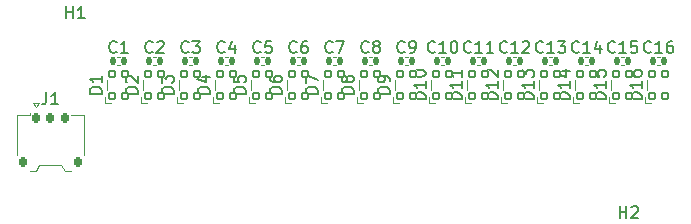
<source format=gbr>
%TF.GenerationSoftware,KiCad,Pcbnew,(7.99.0-267-g8440d7258b)*%
%TF.CreationDate,2023-05-05T03:53:06-07:00*%
%TF.ProjectId,1_2og_lightbar,315f326f-675f-46c6-9967-68746261722e,rev?*%
%TF.SameCoordinates,Original*%
%TF.FileFunction,Legend,Top*%
%TF.FilePolarity,Positive*%
%FSLAX46Y46*%
G04 Gerber Fmt 4.6, Leading zero omitted, Abs format (unit mm)*
G04 Created by KiCad (PCBNEW (7.99.0-267-g8440d7258b)) date 2023-05-05 03:53:06*
%MOMM*%
%LPD*%
G01*
G04 APERTURE LIST*
G04 Aperture macros list*
%AMRoundRect*
0 Rectangle with rounded corners*
0 $1 Rounding radius*
0 $2 $3 $4 $5 $6 $7 $8 $9 X,Y pos of 4 corners*
0 Add a 4 corners polygon primitive as box body*
4,1,4,$2,$3,$4,$5,$6,$7,$8,$9,$2,$3,0*
0 Add four circle primitives for the rounded corners*
1,1,$1+$1,$2,$3*
1,1,$1+$1,$4,$5*
1,1,$1+$1,$6,$7*
1,1,$1+$1,$8,$9*
0 Add four rect primitives between the rounded corners*
20,1,$1+$1,$2,$3,$4,$5,0*
20,1,$1+$1,$4,$5,$6,$7,0*
20,1,$1+$1,$6,$7,$8,$9,0*
20,1,$1+$1,$8,$9,$2,$3,0*%
G04 Aperture macros list end*
%ADD10C,0.150000*%
%ADD11C,0.120000*%
%ADD12RoundRect,0.140000X-0.140000X-0.170000X0.140000X-0.170000X0.140000X0.170000X-0.140000X0.170000X0*%
%ADD13RoundRect,0.105000X0.245000X-0.245000X0.245000X0.245000X-0.245000X0.245000X-0.245000X-0.245000X0*%
%ADD14C,3.600000*%
%ADD15C,5.600000*%
%ADD16RoundRect,0.150000X-0.150000X-0.275000X0.150000X-0.275000X0.150000X0.275000X-0.150000X0.275000X0*%
%ADD17RoundRect,0.175000X-0.175000X-0.225000X0.175000X-0.225000X0.175000X0.225000X-0.175000X0.225000X0*%
G04 APERTURE END LIST*
D10*
%TO.C,C14*%
X69207142Y-20949380D02*
X69159523Y-20997000D01*
X69159523Y-20997000D02*
X69016666Y-21044619D01*
X69016666Y-21044619D02*
X68921428Y-21044619D01*
X68921428Y-21044619D02*
X68778571Y-20997000D01*
X68778571Y-20997000D02*
X68683333Y-20901761D01*
X68683333Y-20901761D02*
X68635714Y-20806523D01*
X68635714Y-20806523D02*
X68588095Y-20616047D01*
X68588095Y-20616047D02*
X68588095Y-20473190D01*
X68588095Y-20473190D02*
X68635714Y-20282714D01*
X68635714Y-20282714D02*
X68683333Y-20187476D01*
X68683333Y-20187476D02*
X68778571Y-20092238D01*
X68778571Y-20092238D02*
X68921428Y-20044619D01*
X68921428Y-20044619D02*
X69016666Y-20044619D01*
X69016666Y-20044619D02*
X69159523Y-20092238D01*
X69159523Y-20092238D02*
X69207142Y-20139857D01*
X70159523Y-21044619D02*
X69588095Y-21044619D01*
X69873809Y-21044619D02*
X69873809Y-20044619D01*
X69873809Y-20044619D02*
X69778571Y-20187476D01*
X69778571Y-20187476D02*
X69683333Y-20282714D01*
X69683333Y-20282714D02*
X69588095Y-20330333D01*
X71016666Y-20377952D02*
X71016666Y-21044619D01*
X70778571Y-19997000D02*
X70540476Y-20711285D01*
X70540476Y-20711285D02*
X71159523Y-20711285D01*
%TO.C,C11*%
X60063142Y-20949380D02*
X60015523Y-20997000D01*
X60015523Y-20997000D02*
X59872666Y-21044619D01*
X59872666Y-21044619D02*
X59777428Y-21044619D01*
X59777428Y-21044619D02*
X59634571Y-20997000D01*
X59634571Y-20997000D02*
X59539333Y-20901761D01*
X59539333Y-20901761D02*
X59491714Y-20806523D01*
X59491714Y-20806523D02*
X59444095Y-20616047D01*
X59444095Y-20616047D02*
X59444095Y-20473190D01*
X59444095Y-20473190D02*
X59491714Y-20282714D01*
X59491714Y-20282714D02*
X59539333Y-20187476D01*
X59539333Y-20187476D02*
X59634571Y-20092238D01*
X59634571Y-20092238D02*
X59777428Y-20044619D01*
X59777428Y-20044619D02*
X59872666Y-20044619D01*
X59872666Y-20044619D02*
X60015523Y-20092238D01*
X60015523Y-20092238D02*
X60063142Y-20139857D01*
X61015523Y-21044619D02*
X60444095Y-21044619D01*
X60729809Y-21044619D02*
X60729809Y-20044619D01*
X60729809Y-20044619D02*
X60634571Y-20187476D01*
X60634571Y-20187476D02*
X60539333Y-20282714D01*
X60539333Y-20282714D02*
X60444095Y-20330333D01*
X61967904Y-21044619D02*
X61396476Y-21044619D01*
X61682190Y-21044619D02*
X61682190Y-20044619D01*
X61682190Y-20044619D02*
X61586952Y-20187476D01*
X61586952Y-20187476D02*
X61491714Y-20282714D01*
X61491714Y-20282714D02*
X61396476Y-20330333D01*
%TO.C,D3*%
X34884619Y-24487094D02*
X33884619Y-24487094D01*
X33884619Y-24487094D02*
X33884619Y-24248999D01*
X33884619Y-24248999D02*
X33932238Y-24106142D01*
X33932238Y-24106142D02*
X34027476Y-24010904D01*
X34027476Y-24010904D02*
X34122714Y-23963285D01*
X34122714Y-23963285D02*
X34313190Y-23915666D01*
X34313190Y-23915666D02*
X34456047Y-23915666D01*
X34456047Y-23915666D02*
X34646523Y-23963285D01*
X34646523Y-23963285D02*
X34741761Y-24010904D01*
X34741761Y-24010904D02*
X34837000Y-24106142D01*
X34837000Y-24106142D02*
X34884619Y-24248999D01*
X34884619Y-24248999D02*
X34884619Y-24487094D01*
X33884619Y-23582332D02*
X33884619Y-22963285D01*
X33884619Y-22963285D02*
X34265571Y-23296618D01*
X34265571Y-23296618D02*
X34265571Y-23153761D01*
X34265571Y-23153761D02*
X34313190Y-23058523D01*
X34313190Y-23058523D02*
X34360809Y-23010904D01*
X34360809Y-23010904D02*
X34456047Y-22963285D01*
X34456047Y-22963285D02*
X34694142Y-22963285D01*
X34694142Y-22963285D02*
X34789380Y-23010904D01*
X34789380Y-23010904D02*
X34837000Y-23058523D01*
X34837000Y-23058523D02*
X34884619Y-23153761D01*
X34884619Y-23153761D02*
X34884619Y-23439475D01*
X34884619Y-23439475D02*
X34837000Y-23534713D01*
X34837000Y-23534713D02*
X34789380Y-23582332D01*
%TO.C,C4*%
X39203333Y-20949380D02*
X39155714Y-20997000D01*
X39155714Y-20997000D02*
X39012857Y-21044619D01*
X39012857Y-21044619D02*
X38917619Y-21044619D01*
X38917619Y-21044619D02*
X38774762Y-20997000D01*
X38774762Y-20997000D02*
X38679524Y-20901761D01*
X38679524Y-20901761D02*
X38631905Y-20806523D01*
X38631905Y-20806523D02*
X38584286Y-20616047D01*
X38584286Y-20616047D02*
X38584286Y-20473190D01*
X38584286Y-20473190D02*
X38631905Y-20282714D01*
X38631905Y-20282714D02*
X38679524Y-20187476D01*
X38679524Y-20187476D02*
X38774762Y-20092238D01*
X38774762Y-20092238D02*
X38917619Y-20044619D01*
X38917619Y-20044619D02*
X39012857Y-20044619D01*
X39012857Y-20044619D02*
X39155714Y-20092238D01*
X39155714Y-20092238D02*
X39203333Y-20139857D01*
X40060476Y-20377952D02*
X40060476Y-21044619D01*
X39822381Y-19997000D02*
X39584286Y-20711285D01*
X39584286Y-20711285D02*
X40203333Y-20711285D01*
%TO.C,D16*%
X74508619Y-24963285D02*
X73508619Y-24963285D01*
X73508619Y-24963285D02*
X73508619Y-24725190D01*
X73508619Y-24725190D02*
X73556238Y-24582333D01*
X73556238Y-24582333D02*
X73651476Y-24487095D01*
X73651476Y-24487095D02*
X73746714Y-24439476D01*
X73746714Y-24439476D02*
X73937190Y-24391857D01*
X73937190Y-24391857D02*
X74080047Y-24391857D01*
X74080047Y-24391857D02*
X74270523Y-24439476D01*
X74270523Y-24439476D02*
X74365761Y-24487095D01*
X74365761Y-24487095D02*
X74461000Y-24582333D01*
X74461000Y-24582333D02*
X74508619Y-24725190D01*
X74508619Y-24725190D02*
X74508619Y-24963285D01*
X74508619Y-23439476D02*
X74508619Y-24010904D01*
X74508619Y-23725190D02*
X73508619Y-23725190D01*
X73508619Y-23725190D02*
X73651476Y-23820428D01*
X73651476Y-23820428D02*
X73746714Y-23915666D01*
X73746714Y-23915666D02*
X73794333Y-24010904D01*
X73508619Y-22582333D02*
X73508619Y-22772809D01*
X73508619Y-22772809D02*
X73556238Y-22868047D01*
X73556238Y-22868047D02*
X73603857Y-22915666D01*
X73603857Y-22915666D02*
X73746714Y-23010904D01*
X73746714Y-23010904D02*
X73937190Y-23058523D01*
X73937190Y-23058523D02*
X74318142Y-23058523D01*
X74318142Y-23058523D02*
X74413380Y-23010904D01*
X74413380Y-23010904D02*
X74461000Y-22963285D01*
X74461000Y-22963285D02*
X74508619Y-22868047D01*
X74508619Y-22868047D02*
X74508619Y-22677571D01*
X74508619Y-22677571D02*
X74461000Y-22582333D01*
X74461000Y-22582333D02*
X74413380Y-22534714D01*
X74413380Y-22534714D02*
X74318142Y-22487095D01*
X74318142Y-22487095D02*
X74080047Y-22487095D01*
X74080047Y-22487095D02*
X73984809Y-22534714D01*
X73984809Y-22534714D02*
X73937190Y-22582333D01*
X73937190Y-22582333D02*
X73889571Y-22677571D01*
X73889571Y-22677571D02*
X73889571Y-22868047D01*
X73889571Y-22868047D02*
X73937190Y-22963285D01*
X73937190Y-22963285D02*
X73984809Y-23010904D01*
X73984809Y-23010904D02*
X74080047Y-23058523D01*
%TO.C,H2*%
X72644095Y-35006619D02*
X72644095Y-34006619D01*
X72644095Y-34482809D02*
X73215523Y-34482809D01*
X73215523Y-35006619D02*
X73215523Y-34006619D01*
X73644095Y-34101857D02*
X73691714Y-34054238D01*
X73691714Y-34054238D02*
X73786952Y-34006619D01*
X73786952Y-34006619D02*
X74025047Y-34006619D01*
X74025047Y-34006619D02*
X74120285Y-34054238D01*
X74120285Y-34054238D02*
X74167904Y-34101857D01*
X74167904Y-34101857D02*
X74215523Y-34197095D01*
X74215523Y-34197095D02*
X74215523Y-34292333D01*
X74215523Y-34292333D02*
X74167904Y-34435190D01*
X74167904Y-34435190D02*
X73596476Y-35006619D01*
X73596476Y-35006619D02*
X74215523Y-35006619D01*
%TO.C,D11*%
X59268619Y-24963285D02*
X58268619Y-24963285D01*
X58268619Y-24963285D02*
X58268619Y-24725190D01*
X58268619Y-24725190D02*
X58316238Y-24582333D01*
X58316238Y-24582333D02*
X58411476Y-24487095D01*
X58411476Y-24487095D02*
X58506714Y-24439476D01*
X58506714Y-24439476D02*
X58697190Y-24391857D01*
X58697190Y-24391857D02*
X58840047Y-24391857D01*
X58840047Y-24391857D02*
X59030523Y-24439476D01*
X59030523Y-24439476D02*
X59125761Y-24487095D01*
X59125761Y-24487095D02*
X59221000Y-24582333D01*
X59221000Y-24582333D02*
X59268619Y-24725190D01*
X59268619Y-24725190D02*
X59268619Y-24963285D01*
X59268619Y-23439476D02*
X59268619Y-24010904D01*
X59268619Y-23725190D02*
X58268619Y-23725190D01*
X58268619Y-23725190D02*
X58411476Y-23820428D01*
X58411476Y-23820428D02*
X58506714Y-23915666D01*
X58506714Y-23915666D02*
X58554333Y-24010904D01*
X59268619Y-22487095D02*
X59268619Y-23058523D01*
X59268619Y-22772809D02*
X58268619Y-22772809D01*
X58268619Y-22772809D02*
X58411476Y-22868047D01*
X58411476Y-22868047D02*
X58506714Y-22963285D01*
X58506714Y-22963285D02*
X58554333Y-23058523D01*
%TO.C,C7*%
X48347333Y-20949380D02*
X48299714Y-20997000D01*
X48299714Y-20997000D02*
X48156857Y-21044619D01*
X48156857Y-21044619D02*
X48061619Y-21044619D01*
X48061619Y-21044619D02*
X47918762Y-20997000D01*
X47918762Y-20997000D02*
X47823524Y-20901761D01*
X47823524Y-20901761D02*
X47775905Y-20806523D01*
X47775905Y-20806523D02*
X47728286Y-20616047D01*
X47728286Y-20616047D02*
X47728286Y-20473190D01*
X47728286Y-20473190D02*
X47775905Y-20282714D01*
X47775905Y-20282714D02*
X47823524Y-20187476D01*
X47823524Y-20187476D02*
X47918762Y-20092238D01*
X47918762Y-20092238D02*
X48061619Y-20044619D01*
X48061619Y-20044619D02*
X48156857Y-20044619D01*
X48156857Y-20044619D02*
X48299714Y-20092238D01*
X48299714Y-20092238D02*
X48347333Y-20139857D01*
X48680667Y-20044619D02*
X49347333Y-20044619D01*
X49347333Y-20044619D02*
X48918762Y-21044619D01*
%TO.C,C12*%
X63111142Y-20949380D02*
X63063523Y-20997000D01*
X63063523Y-20997000D02*
X62920666Y-21044619D01*
X62920666Y-21044619D02*
X62825428Y-21044619D01*
X62825428Y-21044619D02*
X62682571Y-20997000D01*
X62682571Y-20997000D02*
X62587333Y-20901761D01*
X62587333Y-20901761D02*
X62539714Y-20806523D01*
X62539714Y-20806523D02*
X62492095Y-20616047D01*
X62492095Y-20616047D02*
X62492095Y-20473190D01*
X62492095Y-20473190D02*
X62539714Y-20282714D01*
X62539714Y-20282714D02*
X62587333Y-20187476D01*
X62587333Y-20187476D02*
X62682571Y-20092238D01*
X62682571Y-20092238D02*
X62825428Y-20044619D01*
X62825428Y-20044619D02*
X62920666Y-20044619D01*
X62920666Y-20044619D02*
X63063523Y-20092238D01*
X63063523Y-20092238D02*
X63111142Y-20139857D01*
X64063523Y-21044619D02*
X63492095Y-21044619D01*
X63777809Y-21044619D02*
X63777809Y-20044619D01*
X63777809Y-20044619D02*
X63682571Y-20187476D01*
X63682571Y-20187476D02*
X63587333Y-20282714D01*
X63587333Y-20282714D02*
X63492095Y-20330333D01*
X64444476Y-20139857D02*
X64492095Y-20092238D01*
X64492095Y-20092238D02*
X64587333Y-20044619D01*
X64587333Y-20044619D02*
X64825428Y-20044619D01*
X64825428Y-20044619D02*
X64920666Y-20092238D01*
X64920666Y-20092238D02*
X64968285Y-20139857D01*
X64968285Y-20139857D02*
X65015904Y-20235095D01*
X65015904Y-20235095D02*
X65015904Y-20330333D01*
X65015904Y-20330333D02*
X64968285Y-20473190D01*
X64968285Y-20473190D02*
X64396857Y-21044619D01*
X64396857Y-21044619D02*
X65015904Y-21044619D01*
%TO.C,D4*%
X37932619Y-24487094D02*
X36932619Y-24487094D01*
X36932619Y-24487094D02*
X36932619Y-24248999D01*
X36932619Y-24248999D02*
X36980238Y-24106142D01*
X36980238Y-24106142D02*
X37075476Y-24010904D01*
X37075476Y-24010904D02*
X37170714Y-23963285D01*
X37170714Y-23963285D02*
X37361190Y-23915666D01*
X37361190Y-23915666D02*
X37504047Y-23915666D01*
X37504047Y-23915666D02*
X37694523Y-23963285D01*
X37694523Y-23963285D02*
X37789761Y-24010904D01*
X37789761Y-24010904D02*
X37885000Y-24106142D01*
X37885000Y-24106142D02*
X37932619Y-24248999D01*
X37932619Y-24248999D02*
X37932619Y-24487094D01*
X37265952Y-23058523D02*
X37932619Y-23058523D01*
X36885000Y-23296618D02*
X37599285Y-23534713D01*
X37599285Y-23534713D02*
X37599285Y-22915666D01*
%TO.C,C1*%
X30059333Y-20949380D02*
X30011714Y-20997000D01*
X30011714Y-20997000D02*
X29868857Y-21044619D01*
X29868857Y-21044619D02*
X29773619Y-21044619D01*
X29773619Y-21044619D02*
X29630762Y-20997000D01*
X29630762Y-20997000D02*
X29535524Y-20901761D01*
X29535524Y-20901761D02*
X29487905Y-20806523D01*
X29487905Y-20806523D02*
X29440286Y-20616047D01*
X29440286Y-20616047D02*
X29440286Y-20473190D01*
X29440286Y-20473190D02*
X29487905Y-20282714D01*
X29487905Y-20282714D02*
X29535524Y-20187476D01*
X29535524Y-20187476D02*
X29630762Y-20092238D01*
X29630762Y-20092238D02*
X29773619Y-20044619D01*
X29773619Y-20044619D02*
X29868857Y-20044619D01*
X29868857Y-20044619D02*
X30011714Y-20092238D01*
X30011714Y-20092238D02*
X30059333Y-20139857D01*
X31011714Y-21044619D02*
X30440286Y-21044619D01*
X30726000Y-21044619D02*
X30726000Y-20044619D01*
X30726000Y-20044619D02*
X30630762Y-20187476D01*
X30630762Y-20187476D02*
X30535524Y-20282714D01*
X30535524Y-20282714D02*
X30440286Y-20330333D01*
%TO.C,C9*%
X54443333Y-20949380D02*
X54395714Y-20997000D01*
X54395714Y-20997000D02*
X54252857Y-21044619D01*
X54252857Y-21044619D02*
X54157619Y-21044619D01*
X54157619Y-21044619D02*
X54014762Y-20997000D01*
X54014762Y-20997000D02*
X53919524Y-20901761D01*
X53919524Y-20901761D02*
X53871905Y-20806523D01*
X53871905Y-20806523D02*
X53824286Y-20616047D01*
X53824286Y-20616047D02*
X53824286Y-20473190D01*
X53824286Y-20473190D02*
X53871905Y-20282714D01*
X53871905Y-20282714D02*
X53919524Y-20187476D01*
X53919524Y-20187476D02*
X54014762Y-20092238D01*
X54014762Y-20092238D02*
X54157619Y-20044619D01*
X54157619Y-20044619D02*
X54252857Y-20044619D01*
X54252857Y-20044619D02*
X54395714Y-20092238D01*
X54395714Y-20092238D02*
X54443333Y-20139857D01*
X54919524Y-21044619D02*
X55110000Y-21044619D01*
X55110000Y-21044619D02*
X55205238Y-20997000D01*
X55205238Y-20997000D02*
X55252857Y-20949380D01*
X55252857Y-20949380D02*
X55348095Y-20806523D01*
X55348095Y-20806523D02*
X55395714Y-20616047D01*
X55395714Y-20616047D02*
X55395714Y-20235095D01*
X55395714Y-20235095D02*
X55348095Y-20139857D01*
X55348095Y-20139857D02*
X55300476Y-20092238D01*
X55300476Y-20092238D02*
X55205238Y-20044619D01*
X55205238Y-20044619D02*
X55014762Y-20044619D01*
X55014762Y-20044619D02*
X54919524Y-20092238D01*
X54919524Y-20092238D02*
X54871905Y-20139857D01*
X54871905Y-20139857D02*
X54824286Y-20235095D01*
X54824286Y-20235095D02*
X54824286Y-20473190D01*
X54824286Y-20473190D02*
X54871905Y-20568428D01*
X54871905Y-20568428D02*
X54919524Y-20616047D01*
X54919524Y-20616047D02*
X55014762Y-20663666D01*
X55014762Y-20663666D02*
X55205238Y-20663666D01*
X55205238Y-20663666D02*
X55300476Y-20616047D01*
X55300476Y-20616047D02*
X55348095Y-20568428D01*
X55348095Y-20568428D02*
X55395714Y-20473190D01*
%TO.C,C10*%
X57015142Y-20949380D02*
X56967523Y-20997000D01*
X56967523Y-20997000D02*
X56824666Y-21044619D01*
X56824666Y-21044619D02*
X56729428Y-21044619D01*
X56729428Y-21044619D02*
X56586571Y-20997000D01*
X56586571Y-20997000D02*
X56491333Y-20901761D01*
X56491333Y-20901761D02*
X56443714Y-20806523D01*
X56443714Y-20806523D02*
X56396095Y-20616047D01*
X56396095Y-20616047D02*
X56396095Y-20473190D01*
X56396095Y-20473190D02*
X56443714Y-20282714D01*
X56443714Y-20282714D02*
X56491333Y-20187476D01*
X56491333Y-20187476D02*
X56586571Y-20092238D01*
X56586571Y-20092238D02*
X56729428Y-20044619D01*
X56729428Y-20044619D02*
X56824666Y-20044619D01*
X56824666Y-20044619D02*
X56967523Y-20092238D01*
X56967523Y-20092238D02*
X57015142Y-20139857D01*
X57967523Y-21044619D02*
X57396095Y-21044619D01*
X57681809Y-21044619D02*
X57681809Y-20044619D01*
X57681809Y-20044619D02*
X57586571Y-20187476D01*
X57586571Y-20187476D02*
X57491333Y-20282714D01*
X57491333Y-20282714D02*
X57396095Y-20330333D01*
X58586571Y-20044619D02*
X58681809Y-20044619D01*
X58681809Y-20044619D02*
X58777047Y-20092238D01*
X58777047Y-20092238D02*
X58824666Y-20139857D01*
X58824666Y-20139857D02*
X58872285Y-20235095D01*
X58872285Y-20235095D02*
X58919904Y-20425571D01*
X58919904Y-20425571D02*
X58919904Y-20663666D01*
X58919904Y-20663666D02*
X58872285Y-20854142D01*
X58872285Y-20854142D02*
X58824666Y-20949380D01*
X58824666Y-20949380D02*
X58777047Y-20997000D01*
X58777047Y-20997000D02*
X58681809Y-21044619D01*
X58681809Y-21044619D02*
X58586571Y-21044619D01*
X58586571Y-21044619D02*
X58491333Y-20997000D01*
X58491333Y-20997000D02*
X58443714Y-20949380D01*
X58443714Y-20949380D02*
X58396095Y-20854142D01*
X58396095Y-20854142D02*
X58348476Y-20663666D01*
X58348476Y-20663666D02*
X58348476Y-20425571D01*
X58348476Y-20425571D02*
X58396095Y-20235095D01*
X58396095Y-20235095D02*
X58443714Y-20139857D01*
X58443714Y-20139857D02*
X58491333Y-20092238D01*
X58491333Y-20092238D02*
X58586571Y-20044619D01*
%TO.C,D6*%
X44028619Y-24487094D02*
X43028619Y-24487094D01*
X43028619Y-24487094D02*
X43028619Y-24248999D01*
X43028619Y-24248999D02*
X43076238Y-24106142D01*
X43076238Y-24106142D02*
X43171476Y-24010904D01*
X43171476Y-24010904D02*
X43266714Y-23963285D01*
X43266714Y-23963285D02*
X43457190Y-23915666D01*
X43457190Y-23915666D02*
X43600047Y-23915666D01*
X43600047Y-23915666D02*
X43790523Y-23963285D01*
X43790523Y-23963285D02*
X43885761Y-24010904D01*
X43885761Y-24010904D02*
X43981000Y-24106142D01*
X43981000Y-24106142D02*
X44028619Y-24248999D01*
X44028619Y-24248999D02*
X44028619Y-24487094D01*
X43028619Y-23058523D02*
X43028619Y-23248999D01*
X43028619Y-23248999D02*
X43076238Y-23344237D01*
X43076238Y-23344237D02*
X43123857Y-23391856D01*
X43123857Y-23391856D02*
X43266714Y-23487094D01*
X43266714Y-23487094D02*
X43457190Y-23534713D01*
X43457190Y-23534713D02*
X43838142Y-23534713D01*
X43838142Y-23534713D02*
X43933380Y-23487094D01*
X43933380Y-23487094D02*
X43981000Y-23439475D01*
X43981000Y-23439475D02*
X44028619Y-23344237D01*
X44028619Y-23344237D02*
X44028619Y-23153761D01*
X44028619Y-23153761D02*
X43981000Y-23058523D01*
X43981000Y-23058523D02*
X43933380Y-23010904D01*
X43933380Y-23010904D02*
X43838142Y-22963285D01*
X43838142Y-22963285D02*
X43600047Y-22963285D01*
X43600047Y-22963285D02*
X43504809Y-23010904D01*
X43504809Y-23010904D02*
X43457190Y-23058523D01*
X43457190Y-23058523D02*
X43409571Y-23153761D01*
X43409571Y-23153761D02*
X43409571Y-23344237D01*
X43409571Y-23344237D02*
X43457190Y-23439475D01*
X43457190Y-23439475D02*
X43504809Y-23487094D01*
X43504809Y-23487094D02*
X43600047Y-23534713D01*
%TO.C,C16*%
X75303142Y-20949380D02*
X75255523Y-20997000D01*
X75255523Y-20997000D02*
X75112666Y-21044619D01*
X75112666Y-21044619D02*
X75017428Y-21044619D01*
X75017428Y-21044619D02*
X74874571Y-20997000D01*
X74874571Y-20997000D02*
X74779333Y-20901761D01*
X74779333Y-20901761D02*
X74731714Y-20806523D01*
X74731714Y-20806523D02*
X74684095Y-20616047D01*
X74684095Y-20616047D02*
X74684095Y-20473190D01*
X74684095Y-20473190D02*
X74731714Y-20282714D01*
X74731714Y-20282714D02*
X74779333Y-20187476D01*
X74779333Y-20187476D02*
X74874571Y-20092238D01*
X74874571Y-20092238D02*
X75017428Y-20044619D01*
X75017428Y-20044619D02*
X75112666Y-20044619D01*
X75112666Y-20044619D02*
X75255523Y-20092238D01*
X75255523Y-20092238D02*
X75303142Y-20139857D01*
X76255523Y-21044619D02*
X75684095Y-21044619D01*
X75969809Y-21044619D02*
X75969809Y-20044619D01*
X75969809Y-20044619D02*
X75874571Y-20187476D01*
X75874571Y-20187476D02*
X75779333Y-20282714D01*
X75779333Y-20282714D02*
X75684095Y-20330333D01*
X77112666Y-20044619D02*
X76922190Y-20044619D01*
X76922190Y-20044619D02*
X76826952Y-20092238D01*
X76826952Y-20092238D02*
X76779333Y-20139857D01*
X76779333Y-20139857D02*
X76684095Y-20282714D01*
X76684095Y-20282714D02*
X76636476Y-20473190D01*
X76636476Y-20473190D02*
X76636476Y-20854142D01*
X76636476Y-20854142D02*
X76684095Y-20949380D01*
X76684095Y-20949380D02*
X76731714Y-20997000D01*
X76731714Y-20997000D02*
X76826952Y-21044619D01*
X76826952Y-21044619D02*
X77017428Y-21044619D01*
X77017428Y-21044619D02*
X77112666Y-20997000D01*
X77112666Y-20997000D02*
X77160285Y-20949380D01*
X77160285Y-20949380D02*
X77207904Y-20854142D01*
X77207904Y-20854142D02*
X77207904Y-20616047D01*
X77207904Y-20616047D02*
X77160285Y-20520809D01*
X77160285Y-20520809D02*
X77112666Y-20473190D01*
X77112666Y-20473190D02*
X77017428Y-20425571D01*
X77017428Y-20425571D02*
X76826952Y-20425571D01*
X76826952Y-20425571D02*
X76731714Y-20473190D01*
X76731714Y-20473190D02*
X76684095Y-20520809D01*
X76684095Y-20520809D02*
X76636476Y-20616047D01*
%TO.C,D12*%
X62316619Y-24963285D02*
X61316619Y-24963285D01*
X61316619Y-24963285D02*
X61316619Y-24725190D01*
X61316619Y-24725190D02*
X61364238Y-24582333D01*
X61364238Y-24582333D02*
X61459476Y-24487095D01*
X61459476Y-24487095D02*
X61554714Y-24439476D01*
X61554714Y-24439476D02*
X61745190Y-24391857D01*
X61745190Y-24391857D02*
X61888047Y-24391857D01*
X61888047Y-24391857D02*
X62078523Y-24439476D01*
X62078523Y-24439476D02*
X62173761Y-24487095D01*
X62173761Y-24487095D02*
X62269000Y-24582333D01*
X62269000Y-24582333D02*
X62316619Y-24725190D01*
X62316619Y-24725190D02*
X62316619Y-24963285D01*
X62316619Y-23439476D02*
X62316619Y-24010904D01*
X62316619Y-23725190D02*
X61316619Y-23725190D01*
X61316619Y-23725190D02*
X61459476Y-23820428D01*
X61459476Y-23820428D02*
X61554714Y-23915666D01*
X61554714Y-23915666D02*
X61602333Y-24010904D01*
X61411857Y-23058523D02*
X61364238Y-23010904D01*
X61364238Y-23010904D02*
X61316619Y-22915666D01*
X61316619Y-22915666D02*
X61316619Y-22677571D01*
X61316619Y-22677571D02*
X61364238Y-22582333D01*
X61364238Y-22582333D02*
X61411857Y-22534714D01*
X61411857Y-22534714D02*
X61507095Y-22487095D01*
X61507095Y-22487095D02*
X61602333Y-22487095D01*
X61602333Y-22487095D02*
X61745190Y-22534714D01*
X61745190Y-22534714D02*
X62316619Y-23106142D01*
X62316619Y-23106142D02*
X62316619Y-22487095D01*
%TO.C,D10*%
X56220619Y-24963285D02*
X55220619Y-24963285D01*
X55220619Y-24963285D02*
X55220619Y-24725190D01*
X55220619Y-24725190D02*
X55268238Y-24582333D01*
X55268238Y-24582333D02*
X55363476Y-24487095D01*
X55363476Y-24487095D02*
X55458714Y-24439476D01*
X55458714Y-24439476D02*
X55649190Y-24391857D01*
X55649190Y-24391857D02*
X55792047Y-24391857D01*
X55792047Y-24391857D02*
X55982523Y-24439476D01*
X55982523Y-24439476D02*
X56077761Y-24487095D01*
X56077761Y-24487095D02*
X56173000Y-24582333D01*
X56173000Y-24582333D02*
X56220619Y-24725190D01*
X56220619Y-24725190D02*
X56220619Y-24963285D01*
X56220619Y-23439476D02*
X56220619Y-24010904D01*
X56220619Y-23725190D02*
X55220619Y-23725190D01*
X55220619Y-23725190D02*
X55363476Y-23820428D01*
X55363476Y-23820428D02*
X55458714Y-23915666D01*
X55458714Y-23915666D02*
X55506333Y-24010904D01*
X55220619Y-22820428D02*
X55220619Y-22725190D01*
X55220619Y-22725190D02*
X55268238Y-22629952D01*
X55268238Y-22629952D02*
X55315857Y-22582333D01*
X55315857Y-22582333D02*
X55411095Y-22534714D01*
X55411095Y-22534714D02*
X55601571Y-22487095D01*
X55601571Y-22487095D02*
X55839666Y-22487095D01*
X55839666Y-22487095D02*
X56030142Y-22534714D01*
X56030142Y-22534714D02*
X56125380Y-22582333D01*
X56125380Y-22582333D02*
X56173000Y-22629952D01*
X56173000Y-22629952D02*
X56220619Y-22725190D01*
X56220619Y-22725190D02*
X56220619Y-22820428D01*
X56220619Y-22820428D02*
X56173000Y-22915666D01*
X56173000Y-22915666D02*
X56125380Y-22963285D01*
X56125380Y-22963285D02*
X56030142Y-23010904D01*
X56030142Y-23010904D02*
X55839666Y-23058523D01*
X55839666Y-23058523D02*
X55601571Y-23058523D01*
X55601571Y-23058523D02*
X55411095Y-23010904D01*
X55411095Y-23010904D02*
X55315857Y-22963285D01*
X55315857Y-22963285D02*
X55268238Y-22915666D01*
X55268238Y-22915666D02*
X55220619Y-22820428D01*
%TO.C,D14*%
X68412619Y-24963285D02*
X67412619Y-24963285D01*
X67412619Y-24963285D02*
X67412619Y-24725190D01*
X67412619Y-24725190D02*
X67460238Y-24582333D01*
X67460238Y-24582333D02*
X67555476Y-24487095D01*
X67555476Y-24487095D02*
X67650714Y-24439476D01*
X67650714Y-24439476D02*
X67841190Y-24391857D01*
X67841190Y-24391857D02*
X67984047Y-24391857D01*
X67984047Y-24391857D02*
X68174523Y-24439476D01*
X68174523Y-24439476D02*
X68269761Y-24487095D01*
X68269761Y-24487095D02*
X68365000Y-24582333D01*
X68365000Y-24582333D02*
X68412619Y-24725190D01*
X68412619Y-24725190D02*
X68412619Y-24963285D01*
X68412619Y-23439476D02*
X68412619Y-24010904D01*
X68412619Y-23725190D02*
X67412619Y-23725190D01*
X67412619Y-23725190D02*
X67555476Y-23820428D01*
X67555476Y-23820428D02*
X67650714Y-23915666D01*
X67650714Y-23915666D02*
X67698333Y-24010904D01*
X67745952Y-22582333D02*
X68412619Y-22582333D01*
X67365000Y-22820428D02*
X68079285Y-23058523D01*
X68079285Y-23058523D02*
X68079285Y-22439476D01*
%TO.C,C2*%
X33107333Y-20949380D02*
X33059714Y-20997000D01*
X33059714Y-20997000D02*
X32916857Y-21044619D01*
X32916857Y-21044619D02*
X32821619Y-21044619D01*
X32821619Y-21044619D02*
X32678762Y-20997000D01*
X32678762Y-20997000D02*
X32583524Y-20901761D01*
X32583524Y-20901761D02*
X32535905Y-20806523D01*
X32535905Y-20806523D02*
X32488286Y-20616047D01*
X32488286Y-20616047D02*
X32488286Y-20473190D01*
X32488286Y-20473190D02*
X32535905Y-20282714D01*
X32535905Y-20282714D02*
X32583524Y-20187476D01*
X32583524Y-20187476D02*
X32678762Y-20092238D01*
X32678762Y-20092238D02*
X32821619Y-20044619D01*
X32821619Y-20044619D02*
X32916857Y-20044619D01*
X32916857Y-20044619D02*
X33059714Y-20092238D01*
X33059714Y-20092238D02*
X33107333Y-20139857D01*
X33488286Y-20139857D02*
X33535905Y-20092238D01*
X33535905Y-20092238D02*
X33631143Y-20044619D01*
X33631143Y-20044619D02*
X33869238Y-20044619D01*
X33869238Y-20044619D02*
X33964476Y-20092238D01*
X33964476Y-20092238D02*
X34012095Y-20139857D01*
X34012095Y-20139857D02*
X34059714Y-20235095D01*
X34059714Y-20235095D02*
X34059714Y-20330333D01*
X34059714Y-20330333D02*
X34012095Y-20473190D01*
X34012095Y-20473190D02*
X33440667Y-21044619D01*
X33440667Y-21044619D02*
X34059714Y-21044619D01*
%TO.C,C3*%
X36155333Y-20949380D02*
X36107714Y-20997000D01*
X36107714Y-20997000D02*
X35964857Y-21044619D01*
X35964857Y-21044619D02*
X35869619Y-21044619D01*
X35869619Y-21044619D02*
X35726762Y-20997000D01*
X35726762Y-20997000D02*
X35631524Y-20901761D01*
X35631524Y-20901761D02*
X35583905Y-20806523D01*
X35583905Y-20806523D02*
X35536286Y-20616047D01*
X35536286Y-20616047D02*
X35536286Y-20473190D01*
X35536286Y-20473190D02*
X35583905Y-20282714D01*
X35583905Y-20282714D02*
X35631524Y-20187476D01*
X35631524Y-20187476D02*
X35726762Y-20092238D01*
X35726762Y-20092238D02*
X35869619Y-20044619D01*
X35869619Y-20044619D02*
X35964857Y-20044619D01*
X35964857Y-20044619D02*
X36107714Y-20092238D01*
X36107714Y-20092238D02*
X36155333Y-20139857D01*
X36488667Y-20044619D02*
X37107714Y-20044619D01*
X37107714Y-20044619D02*
X36774381Y-20425571D01*
X36774381Y-20425571D02*
X36917238Y-20425571D01*
X36917238Y-20425571D02*
X37012476Y-20473190D01*
X37012476Y-20473190D02*
X37060095Y-20520809D01*
X37060095Y-20520809D02*
X37107714Y-20616047D01*
X37107714Y-20616047D02*
X37107714Y-20854142D01*
X37107714Y-20854142D02*
X37060095Y-20949380D01*
X37060095Y-20949380D02*
X37012476Y-20997000D01*
X37012476Y-20997000D02*
X36917238Y-21044619D01*
X36917238Y-21044619D02*
X36631524Y-21044619D01*
X36631524Y-21044619D02*
X36536286Y-20997000D01*
X36536286Y-20997000D02*
X36488667Y-20949380D01*
%TO.C,D1*%
X28788619Y-24487094D02*
X27788619Y-24487094D01*
X27788619Y-24487094D02*
X27788619Y-24248999D01*
X27788619Y-24248999D02*
X27836238Y-24106142D01*
X27836238Y-24106142D02*
X27931476Y-24010904D01*
X27931476Y-24010904D02*
X28026714Y-23963285D01*
X28026714Y-23963285D02*
X28217190Y-23915666D01*
X28217190Y-23915666D02*
X28360047Y-23915666D01*
X28360047Y-23915666D02*
X28550523Y-23963285D01*
X28550523Y-23963285D02*
X28645761Y-24010904D01*
X28645761Y-24010904D02*
X28741000Y-24106142D01*
X28741000Y-24106142D02*
X28788619Y-24248999D01*
X28788619Y-24248999D02*
X28788619Y-24487094D01*
X28788619Y-22963285D02*
X28788619Y-23534713D01*
X28788619Y-23248999D02*
X27788619Y-23248999D01*
X27788619Y-23248999D02*
X27931476Y-23344237D01*
X27931476Y-23344237D02*
X28026714Y-23439475D01*
X28026714Y-23439475D02*
X28074333Y-23534713D01*
%TO.C,J1*%
X24120666Y-24380619D02*
X24120666Y-25094904D01*
X24120666Y-25094904D02*
X24073047Y-25237761D01*
X24073047Y-25237761D02*
X23977809Y-25333000D01*
X23977809Y-25333000D02*
X23834952Y-25380619D01*
X23834952Y-25380619D02*
X23739714Y-25380619D01*
X25120666Y-25380619D02*
X24549238Y-25380619D01*
X24834952Y-25380619D02*
X24834952Y-24380619D01*
X24834952Y-24380619D02*
X24739714Y-24523476D01*
X24739714Y-24523476D02*
X24644476Y-24618714D01*
X24644476Y-24618714D02*
X24549238Y-24666333D01*
%TO.C,C8*%
X51395333Y-20949380D02*
X51347714Y-20997000D01*
X51347714Y-20997000D02*
X51204857Y-21044619D01*
X51204857Y-21044619D02*
X51109619Y-21044619D01*
X51109619Y-21044619D02*
X50966762Y-20997000D01*
X50966762Y-20997000D02*
X50871524Y-20901761D01*
X50871524Y-20901761D02*
X50823905Y-20806523D01*
X50823905Y-20806523D02*
X50776286Y-20616047D01*
X50776286Y-20616047D02*
X50776286Y-20473190D01*
X50776286Y-20473190D02*
X50823905Y-20282714D01*
X50823905Y-20282714D02*
X50871524Y-20187476D01*
X50871524Y-20187476D02*
X50966762Y-20092238D01*
X50966762Y-20092238D02*
X51109619Y-20044619D01*
X51109619Y-20044619D02*
X51204857Y-20044619D01*
X51204857Y-20044619D02*
X51347714Y-20092238D01*
X51347714Y-20092238D02*
X51395333Y-20139857D01*
X51966762Y-20473190D02*
X51871524Y-20425571D01*
X51871524Y-20425571D02*
X51823905Y-20377952D01*
X51823905Y-20377952D02*
X51776286Y-20282714D01*
X51776286Y-20282714D02*
X51776286Y-20235095D01*
X51776286Y-20235095D02*
X51823905Y-20139857D01*
X51823905Y-20139857D02*
X51871524Y-20092238D01*
X51871524Y-20092238D02*
X51966762Y-20044619D01*
X51966762Y-20044619D02*
X52157238Y-20044619D01*
X52157238Y-20044619D02*
X52252476Y-20092238D01*
X52252476Y-20092238D02*
X52300095Y-20139857D01*
X52300095Y-20139857D02*
X52347714Y-20235095D01*
X52347714Y-20235095D02*
X52347714Y-20282714D01*
X52347714Y-20282714D02*
X52300095Y-20377952D01*
X52300095Y-20377952D02*
X52252476Y-20425571D01*
X52252476Y-20425571D02*
X52157238Y-20473190D01*
X52157238Y-20473190D02*
X51966762Y-20473190D01*
X51966762Y-20473190D02*
X51871524Y-20520809D01*
X51871524Y-20520809D02*
X51823905Y-20568428D01*
X51823905Y-20568428D02*
X51776286Y-20663666D01*
X51776286Y-20663666D02*
X51776286Y-20854142D01*
X51776286Y-20854142D02*
X51823905Y-20949380D01*
X51823905Y-20949380D02*
X51871524Y-20997000D01*
X51871524Y-20997000D02*
X51966762Y-21044619D01*
X51966762Y-21044619D02*
X52157238Y-21044619D01*
X52157238Y-21044619D02*
X52252476Y-20997000D01*
X52252476Y-20997000D02*
X52300095Y-20949380D01*
X52300095Y-20949380D02*
X52347714Y-20854142D01*
X52347714Y-20854142D02*
X52347714Y-20663666D01*
X52347714Y-20663666D02*
X52300095Y-20568428D01*
X52300095Y-20568428D02*
X52252476Y-20520809D01*
X52252476Y-20520809D02*
X52157238Y-20473190D01*
%TO.C,D9*%
X53172619Y-24487094D02*
X52172619Y-24487094D01*
X52172619Y-24487094D02*
X52172619Y-24248999D01*
X52172619Y-24248999D02*
X52220238Y-24106142D01*
X52220238Y-24106142D02*
X52315476Y-24010904D01*
X52315476Y-24010904D02*
X52410714Y-23963285D01*
X52410714Y-23963285D02*
X52601190Y-23915666D01*
X52601190Y-23915666D02*
X52744047Y-23915666D01*
X52744047Y-23915666D02*
X52934523Y-23963285D01*
X52934523Y-23963285D02*
X53029761Y-24010904D01*
X53029761Y-24010904D02*
X53125000Y-24106142D01*
X53125000Y-24106142D02*
X53172619Y-24248999D01*
X53172619Y-24248999D02*
X53172619Y-24487094D01*
X53172619Y-23439475D02*
X53172619Y-23248999D01*
X53172619Y-23248999D02*
X53125000Y-23153761D01*
X53125000Y-23153761D02*
X53077380Y-23106142D01*
X53077380Y-23106142D02*
X52934523Y-23010904D01*
X52934523Y-23010904D02*
X52744047Y-22963285D01*
X52744047Y-22963285D02*
X52363095Y-22963285D01*
X52363095Y-22963285D02*
X52267857Y-23010904D01*
X52267857Y-23010904D02*
X52220238Y-23058523D01*
X52220238Y-23058523D02*
X52172619Y-23153761D01*
X52172619Y-23153761D02*
X52172619Y-23344237D01*
X52172619Y-23344237D02*
X52220238Y-23439475D01*
X52220238Y-23439475D02*
X52267857Y-23487094D01*
X52267857Y-23487094D02*
X52363095Y-23534713D01*
X52363095Y-23534713D02*
X52601190Y-23534713D01*
X52601190Y-23534713D02*
X52696428Y-23487094D01*
X52696428Y-23487094D02*
X52744047Y-23439475D01*
X52744047Y-23439475D02*
X52791666Y-23344237D01*
X52791666Y-23344237D02*
X52791666Y-23153761D01*
X52791666Y-23153761D02*
X52744047Y-23058523D01*
X52744047Y-23058523D02*
X52696428Y-23010904D01*
X52696428Y-23010904D02*
X52601190Y-22963285D01*
%TO.C,D13*%
X65364619Y-24963285D02*
X64364619Y-24963285D01*
X64364619Y-24963285D02*
X64364619Y-24725190D01*
X64364619Y-24725190D02*
X64412238Y-24582333D01*
X64412238Y-24582333D02*
X64507476Y-24487095D01*
X64507476Y-24487095D02*
X64602714Y-24439476D01*
X64602714Y-24439476D02*
X64793190Y-24391857D01*
X64793190Y-24391857D02*
X64936047Y-24391857D01*
X64936047Y-24391857D02*
X65126523Y-24439476D01*
X65126523Y-24439476D02*
X65221761Y-24487095D01*
X65221761Y-24487095D02*
X65317000Y-24582333D01*
X65317000Y-24582333D02*
X65364619Y-24725190D01*
X65364619Y-24725190D02*
X65364619Y-24963285D01*
X65364619Y-23439476D02*
X65364619Y-24010904D01*
X65364619Y-23725190D02*
X64364619Y-23725190D01*
X64364619Y-23725190D02*
X64507476Y-23820428D01*
X64507476Y-23820428D02*
X64602714Y-23915666D01*
X64602714Y-23915666D02*
X64650333Y-24010904D01*
X64364619Y-23106142D02*
X64364619Y-22487095D01*
X64364619Y-22487095D02*
X64745571Y-22820428D01*
X64745571Y-22820428D02*
X64745571Y-22677571D01*
X64745571Y-22677571D02*
X64793190Y-22582333D01*
X64793190Y-22582333D02*
X64840809Y-22534714D01*
X64840809Y-22534714D02*
X64936047Y-22487095D01*
X64936047Y-22487095D02*
X65174142Y-22487095D01*
X65174142Y-22487095D02*
X65269380Y-22534714D01*
X65269380Y-22534714D02*
X65317000Y-22582333D01*
X65317000Y-22582333D02*
X65364619Y-22677571D01*
X65364619Y-22677571D02*
X65364619Y-22963285D01*
X65364619Y-22963285D02*
X65317000Y-23058523D01*
X65317000Y-23058523D02*
X65269380Y-23106142D01*
%TO.C,D2*%
X31836619Y-24487094D02*
X30836619Y-24487094D01*
X30836619Y-24487094D02*
X30836619Y-24248999D01*
X30836619Y-24248999D02*
X30884238Y-24106142D01*
X30884238Y-24106142D02*
X30979476Y-24010904D01*
X30979476Y-24010904D02*
X31074714Y-23963285D01*
X31074714Y-23963285D02*
X31265190Y-23915666D01*
X31265190Y-23915666D02*
X31408047Y-23915666D01*
X31408047Y-23915666D02*
X31598523Y-23963285D01*
X31598523Y-23963285D02*
X31693761Y-24010904D01*
X31693761Y-24010904D02*
X31789000Y-24106142D01*
X31789000Y-24106142D02*
X31836619Y-24248999D01*
X31836619Y-24248999D02*
X31836619Y-24487094D01*
X30931857Y-23534713D02*
X30884238Y-23487094D01*
X30884238Y-23487094D02*
X30836619Y-23391856D01*
X30836619Y-23391856D02*
X30836619Y-23153761D01*
X30836619Y-23153761D02*
X30884238Y-23058523D01*
X30884238Y-23058523D02*
X30931857Y-23010904D01*
X30931857Y-23010904D02*
X31027095Y-22963285D01*
X31027095Y-22963285D02*
X31122333Y-22963285D01*
X31122333Y-22963285D02*
X31265190Y-23010904D01*
X31265190Y-23010904D02*
X31836619Y-23582332D01*
X31836619Y-23582332D02*
X31836619Y-22963285D01*
%TO.C,C6*%
X45299333Y-20949380D02*
X45251714Y-20997000D01*
X45251714Y-20997000D02*
X45108857Y-21044619D01*
X45108857Y-21044619D02*
X45013619Y-21044619D01*
X45013619Y-21044619D02*
X44870762Y-20997000D01*
X44870762Y-20997000D02*
X44775524Y-20901761D01*
X44775524Y-20901761D02*
X44727905Y-20806523D01*
X44727905Y-20806523D02*
X44680286Y-20616047D01*
X44680286Y-20616047D02*
X44680286Y-20473190D01*
X44680286Y-20473190D02*
X44727905Y-20282714D01*
X44727905Y-20282714D02*
X44775524Y-20187476D01*
X44775524Y-20187476D02*
X44870762Y-20092238D01*
X44870762Y-20092238D02*
X45013619Y-20044619D01*
X45013619Y-20044619D02*
X45108857Y-20044619D01*
X45108857Y-20044619D02*
X45251714Y-20092238D01*
X45251714Y-20092238D02*
X45299333Y-20139857D01*
X46156476Y-20044619D02*
X45966000Y-20044619D01*
X45966000Y-20044619D02*
X45870762Y-20092238D01*
X45870762Y-20092238D02*
X45823143Y-20139857D01*
X45823143Y-20139857D02*
X45727905Y-20282714D01*
X45727905Y-20282714D02*
X45680286Y-20473190D01*
X45680286Y-20473190D02*
X45680286Y-20854142D01*
X45680286Y-20854142D02*
X45727905Y-20949380D01*
X45727905Y-20949380D02*
X45775524Y-20997000D01*
X45775524Y-20997000D02*
X45870762Y-21044619D01*
X45870762Y-21044619D02*
X46061238Y-21044619D01*
X46061238Y-21044619D02*
X46156476Y-20997000D01*
X46156476Y-20997000D02*
X46204095Y-20949380D01*
X46204095Y-20949380D02*
X46251714Y-20854142D01*
X46251714Y-20854142D02*
X46251714Y-20616047D01*
X46251714Y-20616047D02*
X46204095Y-20520809D01*
X46204095Y-20520809D02*
X46156476Y-20473190D01*
X46156476Y-20473190D02*
X46061238Y-20425571D01*
X46061238Y-20425571D02*
X45870762Y-20425571D01*
X45870762Y-20425571D02*
X45775524Y-20473190D01*
X45775524Y-20473190D02*
X45727905Y-20520809D01*
X45727905Y-20520809D02*
X45680286Y-20616047D01*
%TO.C,D8*%
X50124619Y-24487094D02*
X49124619Y-24487094D01*
X49124619Y-24487094D02*
X49124619Y-24248999D01*
X49124619Y-24248999D02*
X49172238Y-24106142D01*
X49172238Y-24106142D02*
X49267476Y-24010904D01*
X49267476Y-24010904D02*
X49362714Y-23963285D01*
X49362714Y-23963285D02*
X49553190Y-23915666D01*
X49553190Y-23915666D02*
X49696047Y-23915666D01*
X49696047Y-23915666D02*
X49886523Y-23963285D01*
X49886523Y-23963285D02*
X49981761Y-24010904D01*
X49981761Y-24010904D02*
X50077000Y-24106142D01*
X50077000Y-24106142D02*
X50124619Y-24248999D01*
X50124619Y-24248999D02*
X50124619Y-24487094D01*
X49553190Y-23344237D02*
X49505571Y-23439475D01*
X49505571Y-23439475D02*
X49457952Y-23487094D01*
X49457952Y-23487094D02*
X49362714Y-23534713D01*
X49362714Y-23534713D02*
X49315095Y-23534713D01*
X49315095Y-23534713D02*
X49219857Y-23487094D01*
X49219857Y-23487094D02*
X49172238Y-23439475D01*
X49172238Y-23439475D02*
X49124619Y-23344237D01*
X49124619Y-23344237D02*
X49124619Y-23153761D01*
X49124619Y-23153761D02*
X49172238Y-23058523D01*
X49172238Y-23058523D02*
X49219857Y-23010904D01*
X49219857Y-23010904D02*
X49315095Y-22963285D01*
X49315095Y-22963285D02*
X49362714Y-22963285D01*
X49362714Y-22963285D02*
X49457952Y-23010904D01*
X49457952Y-23010904D02*
X49505571Y-23058523D01*
X49505571Y-23058523D02*
X49553190Y-23153761D01*
X49553190Y-23153761D02*
X49553190Y-23344237D01*
X49553190Y-23344237D02*
X49600809Y-23439475D01*
X49600809Y-23439475D02*
X49648428Y-23487094D01*
X49648428Y-23487094D02*
X49743666Y-23534713D01*
X49743666Y-23534713D02*
X49934142Y-23534713D01*
X49934142Y-23534713D02*
X50029380Y-23487094D01*
X50029380Y-23487094D02*
X50077000Y-23439475D01*
X50077000Y-23439475D02*
X50124619Y-23344237D01*
X50124619Y-23344237D02*
X50124619Y-23153761D01*
X50124619Y-23153761D02*
X50077000Y-23058523D01*
X50077000Y-23058523D02*
X50029380Y-23010904D01*
X50029380Y-23010904D02*
X49934142Y-22963285D01*
X49934142Y-22963285D02*
X49743666Y-22963285D01*
X49743666Y-22963285D02*
X49648428Y-23010904D01*
X49648428Y-23010904D02*
X49600809Y-23058523D01*
X49600809Y-23058523D02*
X49553190Y-23153761D01*
%TO.C,C13*%
X66159142Y-20949380D02*
X66111523Y-20997000D01*
X66111523Y-20997000D02*
X65968666Y-21044619D01*
X65968666Y-21044619D02*
X65873428Y-21044619D01*
X65873428Y-21044619D02*
X65730571Y-20997000D01*
X65730571Y-20997000D02*
X65635333Y-20901761D01*
X65635333Y-20901761D02*
X65587714Y-20806523D01*
X65587714Y-20806523D02*
X65540095Y-20616047D01*
X65540095Y-20616047D02*
X65540095Y-20473190D01*
X65540095Y-20473190D02*
X65587714Y-20282714D01*
X65587714Y-20282714D02*
X65635333Y-20187476D01*
X65635333Y-20187476D02*
X65730571Y-20092238D01*
X65730571Y-20092238D02*
X65873428Y-20044619D01*
X65873428Y-20044619D02*
X65968666Y-20044619D01*
X65968666Y-20044619D02*
X66111523Y-20092238D01*
X66111523Y-20092238D02*
X66159142Y-20139857D01*
X67111523Y-21044619D02*
X66540095Y-21044619D01*
X66825809Y-21044619D02*
X66825809Y-20044619D01*
X66825809Y-20044619D02*
X66730571Y-20187476D01*
X66730571Y-20187476D02*
X66635333Y-20282714D01*
X66635333Y-20282714D02*
X66540095Y-20330333D01*
X67444857Y-20044619D02*
X68063904Y-20044619D01*
X68063904Y-20044619D02*
X67730571Y-20425571D01*
X67730571Y-20425571D02*
X67873428Y-20425571D01*
X67873428Y-20425571D02*
X67968666Y-20473190D01*
X67968666Y-20473190D02*
X68016285Y-20520809D01*
X68016285Y-20520809D02*
X68063904Y-20616047D01*
X68063904Y-20616047D02*
X68063904Y-20854142D01*
X68063904Y-20854142D02*
X68016285Y-20949380D01*
X68016285Y-20949380D02*
X67968666Y-20997000D01*
X67968666Y-20997000D02*
X67873428Y-21044619D01*
X67873428Y-21044619D02*
X67587714Y-21044619D01*
X67587714Y-21044619D02*
X67492476Y-20997000D01*
X67492476Y-20997000D02*
X67444857Y-20949380D01*
%TO.C,D7*%
X47076619Y-24487094D02*
X46076619Y-24487094D01*
X46076619Y-24487094D02*
X46076619Y-24248999D01*
X46076619Y-24248999D02*
X46124238Y-24106142D01*
X46124238Y-24106142D02*
X46219476Y-24010904D01*
X46219476Y-24010904D02*
X46314714Y-23963285D01*
X46314714Y-23963285D02*
X46505190Y-23915666D01*
X46505190Y-23915666D02*
X46648047Y-23915666D01*
X46648047Y-23915666D02*
X46838523Y-23963285D01*
X46838523Y-23963285D02*
X46933761Y-24010904D01*
X46933761Y-24010904D02*
X47029000Y-24106142D01*
X47029000Y-24106142D02*
X47076619Y-24248999D01*
X47076619Y-24248999D02*
X47076619Y-24487094D01*
X46076619Y-23582332D02*
X46076619Y-22915666D01*
X46076619Y-22915666D02*
X47076619Y-23344237D01*
%TO.C,C5*%
X42251333Y-20949380D02*
X42203714Y-20997000D01*
X42203714Y-20997000D02*
X42060857Y-21044619D01*
X42060857Y-21044619D02*
X41965619Y-21044619D01*
X41965619Y-21044619D02*
X41822762Y-20997000D01*
X41822762Y-20997000D02*
X41727524Y-20901761D01*
X41727524Y-20901761D02*
X41679905Y-20806523D01*
X41679905Y-20806523D02*
X41632286Y-20616047D01*
X41632286Y-20616047D02*
X41632286Y-20473190D01*
X41632286Y-20473190D02*
X41679905Y-20282714D01*
X41679905Y-20282714D02*
X41727524Y-20187476D01*
X41727524Y-20187476D02*
X41822762Y-20092238D01*
X41822762Y-20092238D02*
X41965619Y-20044619D01*
X41965619Y-20044619D02*
X42060857Y-20044619D01*
X42060857Y-20044619D02*
X42203714Y-20092238D01*
X42203714Y-20092238D02*
X42251333Y-20139857D01*
X43156095Y-20044619D02*
X42679905Y-20044619D01*
X42679905Y-20044619D02*
X42632286Y-20520809D01*
X42632286Y-20520809D02*
X42679905Y-20473190D01*
X42679905Y-20473190D02*
X42775143Y-20425571D01*
X42775143Y-20425571D02*
X43013238Y-20425571D01*
X43013238Y-20425571D02*
X43108476Y-20473190D01*
X43108476Y-20473190D02*
X43156095Y-20520809D01*
X43156095Y-20520809D02*
X43203714Y-20616047D01*
X43203714Y-20616047D02*
X43203714Y-20854142D01*
X43203714Y-20854142D02*
X43156095Y-20949380D01*
X43156095Y-20949380D02*
X43108476Y-20997000D01*
X43108476Y-20997000D02*
X43013238Y-21044619D01*
X43013238Y-21044619D02*
X42775143Y-21044619D01*
X42775143Y-21044619D02*
X42679905Y-20997000D01*
X42679905Y-20997000D02*
X42632286Y-20949380D01*
%TO.C,C15*%
X72255142Y-20949380D02*
X72207523Y-20997000D01*
X72207523Y-20997000D02*
X72064666Y-21044619D01*
X72064666Y-21044619D02*
X71969428Y-21044619D01*
X71969428Y-21044619D02*
X71826571Y-20997000D01*
X71826571Y-20997000D02*
X71731333Y-20901761D01*
X71731333Y-20901761D02*
X71683714Y-20806523D01*
X71683714Y-20806523D02*
X71636095Y-20616047D01*
X71636095Y-20616047D02*
X71636095Y-20473190D01*
X71636095Y-20473190D02*
X71683714Y-20282714D01*
X71683714Y-20282714D02*
X71731333Y-20187476D01*
X71731333Y-20187476D02*
X71826571Y-20092238D01*
X71826571Y-20092238D02*
X71969428Y-20044619D01*
X71969428Y-20044619D02*
X72064666Y-20044619D01*
X72064666Y-20044619D02*
X72207523Y-20092238D01*
X72207523Y-20092238D02*
X72255142Y-20139857D01*
X73207523Y-21044619D02*
X72636095Y-21044619D01*
X72921809Y-21044619D02*
X72921809Y-20044619D01*
X72921809Y-20044619D02*
X72826571Y-20187476D01*
X72826571Y-20187476D02*
X72731333Y-20282714D01*
X72731333Y-20282714D02*
X72636095Y-20330333D01*
X74112285Y-20044619D02*
X73636095Y-20044619D01*
X73636095Y-20044619D02*
X73588476Y-20520809D01*
X73588476Y-20520809D02*
X73636095Y-20473190D01*
X73636095Y-20473190D02*
X73731333Y-20425571D01*
X73731333Y-20425571D02*
X73969428Y-20425571D01*
X73969428Y-20425571D02*
X74064666Y-20473190D01*
X74064666Y-20473190D02*
X74112285Y-20520809D01*
X74112285Y-20520809D02*
X74159904Y-20616047D01*
X74159904Y-20616047D02*
X74159904Y-20854142D01*
X74159904Y-20854142D02*
X74112285Y-20949380D01*
X74112285Y-20949380D02*
X74064666Y-20997000D01*
X74064666Y-20997000D02*
X73969428Y-21044619D01*
X73969428Y-21044619D02*
X73731333Y-21044619D01*
X73731333Y-21044619D02*
X73636095Y-20997000D01*
X73636095Y-20997000D02*
X73588476Y-20949380D01*
%TO.C,H1*%
X25781095Y-18115619D02*
X25781095Y-17115619D01*
X25781095Y-17591809D02*
X26352523Y-17591809D01*
X26352523Y-18115619D02*
X26352523Y-17115619D01*
X27352523Y-18115619D02*
X26781095Y-18115619D01*
X27066809Y-18115619D02*
X27066809Y-17115619D01*
X27066809Y-17115619D02*
X26971571Y-17258476D01*
X26971571Y-17258476D02*
X26876333Y-17353714D01*
X26876333Y-17353714D02*
X26781095Y-17401333D01*
%TO.C,D5*%
X40980619Y-24487094D02*
X39980619Y-24487094D01*
X39980619Y-24487094D02*
X39980619Y-24248999D01*
X39980619Y-24248999D02*
X40028238Y-24106142D01*
X40028238Y-24106142D02*
X40123476Y-24010904D01*
X40123476Y-24010904D02*
X40218714Y-23963285D01*
X40218714Y-23963285D02*
X40409190Y-23915666D01*
X40409190Y-23915666D02*
X40552047Y-23915666D01*
X40552047Y-23915666D02*
X40742523Y-23963285D01*
X40742523Y-23963285D02*
X40837761Y-24010904D01*
X40837761Y-24010904D02*
X40933000Y-24106142D01*
X40933000Y-24106142D02*
X40980619Y-24248999D01*
X40980619Y-24248999D02*
X40980619Y-24487094D01*
X39980619Y-23010904D02*
X39980619Y-23487094D01*
X39980619Y-23487094D02*
X40456809Y-23534713D01*
X40456809Y-23534713D02*
X40409190Y-23487094D01*
X40409190Y-23487094D02*
X40361571Y-23391856D01*
X40361571Y-23391856D02*
X40361571Y-23153761D01*
X40361571Y-23153761D02*
X40409190Y-23058523D01*
X40409190Y-23058523D02*
X40456809Y-23010904D01*
X40456809Y-23010904D02*
X40552047Y-22963285D01*
X40552047Y-22963285D02*
X40790142Y-22963285D01*
X40790142Y-22963285D02*
X40885380Y-23010904D01*
X40885380Y-23010904D02*
X40933000Y-23058523D01*
X40933000Y-23058523D02*
X40980619Y-23153761D01*
X40980619Y-23153761D02*
X40980619Y-23391856D01*
X40980619Y-23391856D02*
X40933000Y-23487094D01*
X40933000Y-23487094D02*
X40885380Y-23534713D01*
%TO.C,D15*%
X71460619Y-24963285D02*
X70460619Y-24963285D01*
X70460619Y-24963285D02*
X70460619Y-24725190D01*
X70460619Y-24725190D02*
X70508238Y-24582333D01*
X70508238Y-24582333D02*
X70603476Y-24487095D01*
X70603476Y-24487095D02*
X70698714Y-24439476D01*
X70698714Y-24439476D02*
X70889190Y-24391857D01*
X70889190Y-24391857D02*
X71032047Y-24391857D01*
X71032047Y-24391857D02*
X71222523Y-24439476D01*
X71222523Y-24439476D02*
X71317761Y-24487095D01*
X71317761Y-24487095D02*
X71413000Y-24582333D01*
X71413000Y-24582333D02*
X71460619Y-24725190D01*
X71460619Y-24725190D02*
X71460619Y-24963285D01*
X71460619Y-23439476D02*
X71460619Y-24010904D01*
X71460619Y-23725190D02*
X70460619Y-23725190D01*
X70460619Y-23725190D02*
X70603476Y-23820428D01*
X70603476Y-23820428D02*
X70698714Y-23915666D01*
X70698714Y-23915666D02*
X70746333Y-24010904D01*
X70460619Y-22534714D02*
X70460619Y-23010904D01*
X70460619Y-23010904D02*
X70936809Y-23058523D01*
X70936809Y-23058523D02*
X70889190Y-23010904D01*
X70889190Y-23010904D02*
X70841571Y-22915666D01*
X70841571Y-22915666D02*
X70841571Y-22677571D01*
X70841571Y-22677571D02*
X70889190Y-22582333D01*
X70889190Y-22582333D02*
X70936809Y-22534714D01*
X70936809Y-22534714D02*
X71032047Y-22487095D01*
X71032047Y-22487095D02*
X71270142Y-22487095D01*
X71270142Y-22487095D02*
X71365380Y-22534714D01*
X71365380Y-22534714D02*
X71413000Y-22582333D01*
X71413000Y-22582333D02*
X71460619Y-22677571D01*
X71460619Y-22677571D02*
X71460619Y-22915666D01*
X71460619Y-22915666D02*
X71413000Y-23010904D01*
X71413000Y-23010904D02*
X71365380Y-23058523D01*
D11*
%TO.C,C14*%
X69742164Y-21382000D02*
X69957836Y-21382000D01*
X69742164Y-22102000D02*
X69957836Y-22102000D01*
%TO.C,C11*%
X60598164Y-21382000D02*
X60813836Y-21382000D01*
X60598164Y-22102000D02*
X60813836Y-22102000D01*
%TO.C,D3*%
X35172000Y-25249000D02*
X35172000Y-24749000D01*
X35672000Y-25249000D02*
X35172000Y-25249000D01*
X35322000Y-24149000D02*
X35322000Y-23349000D01*
%TO.C,C4*%
X39262164Y-21382000D02*
X39477836Y-21382000D01*
X39262164Y-22102000D02*
X39477836Y-22102000D01*
%TO.C,D16*%
X74796000Y-25249000D02*
X74796000Y-24749000D01*
X75296000Y-25249000D02*
X74796000Y-25249000D01*
X74946000Y-24149000D02*
X74946000Y-23349000D01*
%TO.C,D11*%
X59556000Y-25249000D02*
X59556000Y-24749000D01*
X60056000Y-25249000D02*
X59556000Y-25249000D01*
X59706000Y-24149000D02*
X59706000Y-23349000D01*
%TO.C,C7*%
X48406164Y-21382000D02*
X48621836Y-21382000D01*
X48406164Y-22102000D02*
X48621836Y-22102000D01*
%TO.C,C12*%
X63646164Y-21382000D02*
X63861836Y-21382000D01*
X63646164Y-22102000D02*
X63861836Y-22102000D01*
%TO.C,D4*%
X38220000Y-25249000D02*
X38220000Y-24749000D01*
X38720000Y-25249000D02*
X38220000Y-25249000D01*
X38370000Y-24149000D02*
X38370000Y-23349000D01*
%TO.C,C1*%
X30118164Y-21382000D02*
X30333836Y-21382000D01*
X30118164Y-22102000D02*
X30333836Y-22102000D01*
%TO.C,C9*%
X54502164Y-21382000D02*
X54717836Y-21382000D01*
X54502164Y-22102000D02*
X54717836Y-22102000D01*
%TO.C,C10*%
X57550164Y-21382000D02*
X57765836Y-21382000D01*
X57550164Y-22102000D02*
X57765836Y-22102000D01*
%TO.C,D6*%
X44316000Y-25249000D02*
X44316000Y-24749000D01*
X44816000Y-25249000D02*
X44316000Y-25249000D01*
X44466000Y-24149000D02*
X44466000Y-23349000D01*
%TO.C,C16*%
X75838164Y-21382000D02*
X76053836Y-21382000D01*
X75838164Y-22102000D02*
X76053836Y-22102000D01*
%TO.C,D12*%
X62604000Y-25249000D02*
X62604000Y-24749000D01*
X63104000Y-25249000D02*
X62604000Y-25249000D01*
X62754000Y-24149000D02*
X62754000Y-23349000D01*
%TO.C,D10*%
X56508000Y-25249000D02*
X56508000Y-24749000D01*
X57008000Y-25249000D02*
X56508000Y-25249000D01*
X56658000Y-24149000D02*
X56658000Y-23349000D01*
%TO.C,D14*%
X68700000Y-25249000D02*
X68700000Y-24749000D01*
X69200000Y-25249000D02*
X68700000Y-25249000D01*
X68850000Y-24149000D02*
X68850000Y-23349000D01*
%TO.C,C2*%
X33166164Y-21382000D02*
X33381836Y-21382000D01*
X33166164Y-22102000D02*
X33381836Y-22102000D01*
%TO.C,C3*%
X36214164Y-21382000D02*
X36429836Y-21382000D01*
X36214164Y-22102000D02*
X36429836Y-22102000D01*
%TO.C,D1*%
X29076000Y-25249000D02*
X29076000Y-24749000D01*
X29576000Y-25249000D02*
X29076000Y-25249000D01*
X29226000Y-24149000D02*
X29226000Y-23349000D01*
%TO.C,J1*%
X21644000Y-26328000D02*
X22694000Y-26328000D01*
X21644000Y-29658000D02*
X21644000Y-26328000D01*
X22694000Y-26328000D02*
X22694000Y-26118000D01*
X22714000Y-31048000D02*
X23214000Y-31048000D01*
X23004000Y-25264447D02*
X23254000Y-25618000D01*
X23214000Y-31048000D02*
X23514000Y-30548000D01*
X23254000Y-25618000D02*
X23504000Y-25264447D01*
X23504000Y-25264447D02*
X23004000Y-25264447D01*
X23514000Y-30548000D02*
X25394000Y-30548000D01*
X25394000Y-30548000D02*
X25694000Y-31048000D01*
X25694000Y-31048000D02*
X26194000Y-31048000D01*
X27264000Y-26328000D02*
X26214000Y-26328000D01*
X27264000Y-29658000D02*
X27264000Y-26328000D01*
%TO.C,C8*%
X51454164Y-21382000D02*
X51669836Y-21382000D01*
X51454164Y-22102000D02*
X51669836Y-22102000D01*
%TO.C,D9*%
X53460000Y-25249000D02*
X53460000Y-24749000D01*
X53960000Y-25249000D02*
X53460000Y-25249000D01*
X53610000Y-24149000D02*
X53610000Y-23349000D01*
%TO.C,D13*%
X65652000Y-25249000D02*
X65652000Y-24749000D01*
X66152000Y-25249000D02*
X65652000Y-25249000D01*
X65802000Y-24149000D02*
X65802000Y-23349000D01*
%TO.C,D2*%
X32124000Y-25249000D02*
X32124000Y-24749000D01*
X32624000Y-25249000D02*
X32124000Y-25249000D01*
X32274000Y-24149000D02*
X32274000Y-23349000D01*
%TO.C,C6*%
X45358164Y-21382000D02*
X45573836Y-21382000D01*
X45358164Y-22102000D02*
X45573836Y-22102000D01*
%TO.C,D8*%
X50412000Y-25249000D02*
X50412000Y-24749000D01*
X50912000Y-25249000D02*
X50412000Y-25249000D01*
X50562000Y-24149000D02*
X50562000Y-23349000D01*
%TO.C,C13*%
X66694164Y-21382000D02*
X66909836Y-21382000D01*
X66694164Y-22102000D02*
X66909836Y-22102000D01*
%TO.C,D7*%
X47364000Y-25249000D02*
X47364000Y-24749000D01*
X47864000Y-25249000D02*
X47364000Y-25249000D01*
X47514000Y-24149000D02*
X47514000Y-23349000D01*
%TO.C,C5*%
X42310164Y-21382000D02*
X42525836Y-21382000D01*
X42310164Y-22102000D02*
X42525836Y-22102000D01*
%TO.C,C15*%
X72790164Y-21382000D02*
X73005836Y-21382000D01*
X72790164Y-22102000D02*
X73005836Y-22102000D01*
%TO.C,D5*%
X41268000Y-25249000D02*
X41268000Y-24749000D01*
X41768000Y-25249000D02*
X41268000Y-25249000D01*
X41418000Y-24149000D02*
X41418000Y-23349000D01*
%TO.C,D15*%
X71748000Y-25249000D02*
X71748000Y-24749000D01*
X72248000Y-25249000D02*
X71748000Y-25249000D01*
X71898000Y-24149000D02*
X71898000Y-23349000D01*
%TD*%
%LPC*%
D12*
%TO.C,C14*%
X69370000Y-21742000D03*
X70330000Y-21742000D03*
%TD*%
%TO.C,C11*%
X60226000Y-21742000D03*
X61186000Y-21742000D03*
%TD*%
D13*
%TO.C,D3*%
X35772000Y-24664000D03*
X36872000Y-24664000D03*
X36872000Y-22834000D03*
X35772000Y-22834000D03*
%TD*%
D12*
%TO.C,C4*%
X38890000Y-21742000D03*
X39850000Y-21742000D03*
%TD*%
D13*
%TO.C,D16*%
X75396000Y-24664000D03*
X76496000Y-24664000D03*
X76496000Y-22834000D03*
X75396000Y-22834000D03*
%TD*%
D14*
%TO.C,H2*%
X77597000Y-32385000D03*
D15*
X77597000Y-32385000D03*
%TD*%
D13*
%TO.C,D11*%
X60156000Y-24664000D03*
X61256000Y-24664000D03*
X61256000Y-22834000D03*
X60156000Y-22834000D03*
%TD*%
D12*
%TO.C,C7*%
X48034000Y-21742000D03*
X48994000Y-21742000D03*
%TD*%
%TO.C,C12*%
X63274000Y-21742000D03*
X64234000Y-21742000D03*
%TD*%
D13*
%TO.C,D4*%
X38820000Y-24664000D03*
X39920000Y-24664000D03*
X39920000Y-22834000D03*
X38820000Y-22834000D03*
%TD*%
D12*
%TO.C,C1*%
X29746000Y-21742000D03*
X30706000Y-21742000D03*
%TD*%
%TO.C,C9*%
X54130000Y-21742000D03*
X55090000Y-21742000D03*
%TD*%
%TO.C,C10*%
X57178000Y-21742000D03*
X58138000Y-21742000D03*
%TD*%
D13*
%TO.C,D6*%
X44916000Y-24664000D03*
X46016000Y-24664000D03*
X46016000Y-22834000D03*
X44916000Y-22834000D03*
%TD*%
D12*
%TO.C,C16*%
X75466000Y-21742000D03*
X76426000Y-21742000D03*
%TD*%
D13*
%TO.C,D12*%
X63204000Y-24664000D03*
X64304000Y-24664000D03*
X64304000Y-22834000D03*
X63204000Y-22834000D03*
%TD*%
%TO.C,D10*%
X57108000Y-24664000D03*
X58208000Y-24664000D03*
X58208000Y-22834000D03*
X57108000Y-22834000D03*
%TD*%
%TO.C,D14*%
X69300000Y-24664000D03*
X70400000Y-24664000D03*
X70400000Y-22834000D03*
X69300000Y-22834000D03*
%TD*%
D12*
%TO.C,C2*%
X32794000Y-21742000D03*
X33754000Y-21742000D03*
%TD*%
%TO.C,C3*%
X35842000Y-21742000D03*
X36802000Y-21742000D03*
%TD*%
D13*
%TO.C,D1*%
X29676000Y-24664000D03*
X30776000Y-24664000D03*
X30776000Y-22834000D03*
X29676000Y-22834000D03*
%TD*%
D16*
%TO.C,J1*%
X23254000Y-26543000D03*
X24454000Y-26543000D03*
X25654000Y-26543000D03*
D17*
X22104000Y-30318000D03*
X26804000Y-30318000D03*
%TD*%
D12*
%TO.C,C8*%
X51082000Y-21742000D03*
X52042000Y-21742000D03*
%TD*%
D13*
%TO.C,D9*%
X54060000Y-24664000D03*
X55160000Y-24664000D03*
X55160000Y-22834000D03*
X54060000Y-22834000D03*
%TD*%
%TO.C,D13*%
X66252000Y-24664000D03*
X67352000Y-24664000D03*
X67352000Y-22834000D03*
X66252000Y-22834000D03*
%TD*%
%TO.C,D2*%
X32724000Y-24664000D03*
X33824000Y-24664000D03*
X33824000Y-22834000D03*
X32724000Y-22834000D03*
%TD*%
D12*
%TO.C,C6*%
X44986000Y-21742000D03*
X45946000Y-21742000D03*
%TD*%
D13*
%TO.C,D8*%
X51012000Y-24664000D03*
X52112000Y-24664000D03*
X52112000Y-22834000D03*
X51012000Y-22834000D03*
%TD*%
D12*
%TO.C,C13*%
X66322000Y-21742000D03*
X67282000Y-21742000D03*
%TD*%
D13*
%TO.C,D7*%
X47964000Y-24664000D03*
X49064000Y-24664000D03*
X49064000Y-22834000D03*
X47964000Y-22834000D03*
%TD*%
D12*
%TO.C,C5*%
X41938000Y-21742000D03*
X42898000Y-21742000D03*
%TD*%
%TO.C,C15*%
X72418000Y-21742000D03*
X73378000Y-21742000D03*
%TD*%
D14*
%TO.C,H1*%
X22879961Y-20362871D03*
D15*
X22879961Y-20362871D03*
%TD*%
D13*
%TO.C,D5*%
X41868000Y-24664000D03*
X42968000Y-24664000D03*
X42968000Y-22834000D03*
X41868000Y-22834000D03*
%TD*%
%TO.C,D15*%
X72348000Y-24664000D03*
X73448000Y-24664000D03*
X73448000Y-22834000D03*
X72348000Y-22834000D03*
%TD*%
M02*

</source>
